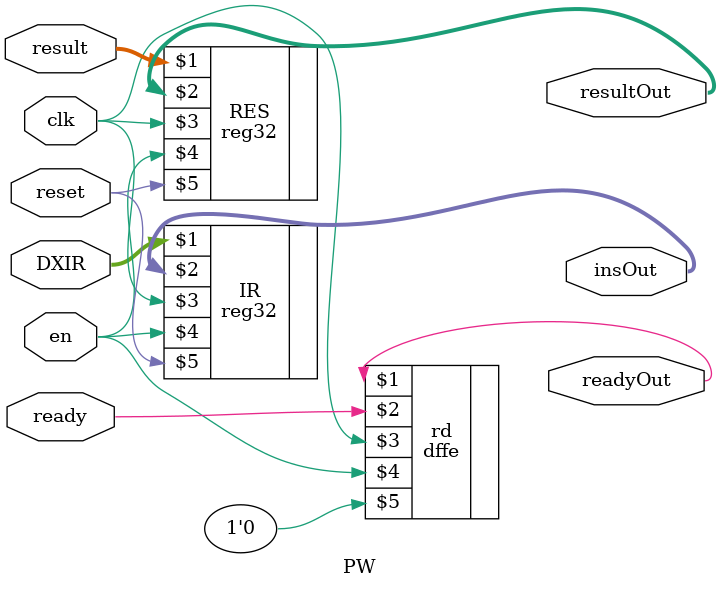
<source format=v>
module PW(result, DXIR, ready, clk, en, reset, readyOut, resultOut, insOut);

input [31:0] result, DXIR;
input ready, clk, en, reset;
output readyOut;
output [31:0] resultOut, insOut; 

reg32 RES(result, resultOut, clk, en, reset);
reg32 IR(DXIR, insOut, clk, en, reset);
dffe rd(readyOut, ready, clk, en, 1'b0);
/*

always @ (negedge clk) begin
    $display("Result: %d", resultOut);
end

always @ (negedge clk) begin
    $display("ReadyOut: %d", readyOut);
end

always @ (negedge clk) begin
    $display("InsOUT: %d", insOut[26:22]);
end
*/
endmodule
</source>
